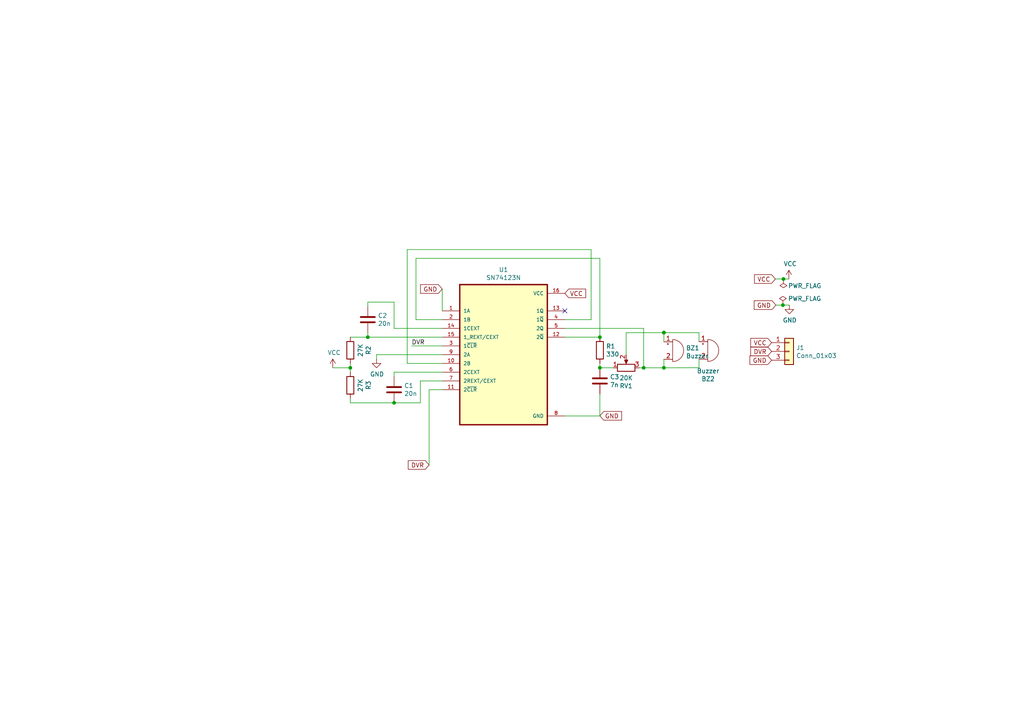
<source format=kicad_sch>
(kicad_sch (version 20211123) (generator eeschema)
  (paper "A4")
  (lib_symbols
    (symbol "Connector_Generic:Conn_01x03" (pin_names (offset 1.016) hide)
      (property "Reference" "J" (at 0 5.08 0))
      (property "Value" "Conn_01x03" (at 0 -5.08 0))
      (symbol "Conn_01x03_1_1"
        (rectangle (start -1.27 -2.413) (end 0 -2.667) (stroke (width 0.1524)))
        (rectangle (start -1.27 0.127) (end 0 -0.127) (stroke (width 0.1524)))
        (rectangle (start -1.27 2.667) (end 0 2.413) (stroke (width 0.1524)))
        (rectangle (start -1.27 3.81) (end 1.27 -3.81) (stroke (width 0.254)) (fill (type background)))
        (pin passive line (at -5.08 2.54 0) (length 3.81) (name "Pin_1") (number "1"))
        (pin passive line (at -5.08 0 0) (length 3.81) (name "Pin_2") (number "2"))
        (pin passive line (at -5.08 -2.54 0) (length 3.81) (name "Pin_3") (number "3"))
      )
    )
    (symbol "Device:Buzzer" (pin_names (offset 0.0254) hide)
      (property "Reference" "BZ" (at 3.81 1.27 0))
      (property "Value" "Buzzer" (at 3.81 -1.27 0))
      (symbol "Buzzer_0_1"
        (arc (start 0 -3.175) (mid 3.175 0) (end 0 3.175))
        (polyline (pts (xy -1.651 1.905) (xy -1.143 1.905)))
        (polyline (pts (xy -1.397 2.159) (xy -1.397 1.651)))
        (polyline (pts (xy 0 3.175) (xy 0 -3.175)))
      )
      (symbol "Buzzer_1_1"
        (pin passive line (at -2.54 2.54 0) (length 2.54) (name "-") (number "1"))
        (pin passive line (at -2.54 -2.54 0) (length 2.54) (name "+") (number "2"))
      )
    )
    (symbol "Device:C" (pin_numbers hide) (pin_names (offset 0.254))
      (property "Reference" "C" (at 0.635 2.54 0))
      (property "Value" "C" (at 0.635 -2.54 0))
      (symbol "C_0_1"
        (polyline (pts (xy -2.032 -0.762) (xy 2.032 -0.762)) (stroke (width 0.508)))
        (polyline (pts (xy -2.032 0.762) (xy 2.032 0.762)) (stroke (width 0.508)))
      )
      (symbol "C_1_1"
        (pin passive line (at 0 3.81 270) (length 2.794) (name "~") (number "1"))
        (pin passive line (at 0 -3.81 90) (length 2.794) (name "~") (number "2"))
      )
    )
    (symbol "Device:R" (pin_numbers hide) (pin_names (offset 0))
      (property "Reference" "R" (at 2.032 0 90))
      (property "Value" "R" (at 0 0 90))
      (symbol "R_0_1"
        (rectangle (start -1.016 -2.54) (end 1.016 2.54) (stroke (width 0.254)))
      )
      (symbol "R_1_1"
        (pin passive line (at 0 3.81 270) (length 1.27) (name "~") (number "1"))
        (pin passive line (at 0 -3.81 90) (length 1.27) (name "~") (number "2"))
      )
    )
    (symbol "Device:R_Potentiometer" (pin_names (offset 1.016) hide)
      (property "Reference" "RV" (at -4.445 0 90))
      (property "Value" "R_Potentiometer" (at -2.54 0 90))
      (symbol "R_Potentiometer_0_1"
        (polyline (pts (xy 2.54 0) (xy 1.524 0)))
        (polyline (pts (xy 1.143 0) (xy 2.286 0.508) (xy 2.286 -0.508) (xy 1.143 0)) (fill (type outline)))
        (rectangle (start 1.016 2.54) (end -1.016 -2.54) (stroke (width 0.254)))
      )
      (symbol "R_Potentiometer_1_1"
        (pin passive line (at 0 3.81 270) (length 1.27) (name "1") (number "1"))
        (pin passive line (at 3.81 0 180) (length 1.27) (name "2") (number "2"))
        (pin passive line (at 0 -3.81 90) (length 1.27) (name "3") (number "3"))
      )
    )
    (symbol "SN74123N:SN74123N" (pin_names (offset 1.016))
      (property "Reference" "U" (at -12.7 21.3106 0))
      (property "Value" "SN74123N" (at -12.7 -24.3078 0))
      (symbol "SN74123N_0_0"
        (rectangle (start -12.7 -20.32) (end 12.7 20.32) (stroke (width 0.4064)) (fill (type background)))
        (pin input line (at -17.78 12.7 0) (length 5.08) (name "1A") (number "1"))
        (pin input line (at -17.78 -2.54 0) (length 5.08) (name "2B") (number "10"))
        (pin input line (at -17.78 -10.16 0) (length 5.08) (name "2~{CLR}") (number "11"))
        (pin output line (at 17.78 5.08 180) (length 5.08) (name "2~{Q}") (number "12"))
        (pin output line (at 17.78 12.7 180) (length 5.08) (name "1Q") (number "13"))
        (pin input line (at -17.78 7.62 0) (length 5.08) (name "1CEXT") (number "14"))
        (pin input line (at -17.78 5.08 0) (length 5.08) (name "1_REXT/CEXT") (number "15"))
        (pin power_in line (at 17.78 17.78 180) (length 5.08) (name "VCC") (number "16"))
        (pin input line (at -17.78 10.16 0) (length 5.08) (name "1B") (number "2"))
        (pin input line (at -17.78 2.54 0) (length 5.08) (name "1~{CLR}") (number "3"))
        (pin output line (at 17.78 10.16 180) (length 5.08) (name "1~{Q}") (number "4"))
        (pin output line (at 17.78 7.62 180) (length 5.08) (name "2Q") (number "5"))
        (pin input line (at -17.78 -5.08 0) (length 5.08) (name "2CEXT") (number "6"))
        (pin input line (at -17.78 -7.62 0) (length 5.08) (name "2REXT/CEXT") (number "7"))
        (pin power_in line (at 17.78 -17.78 180) (length 5.08) (name "GND") (number "8"))
        (pin input line (at -17.78 0 0) (length 5.08) (name "2A") (number "9"))
      )
    )
    (symbol "power:GND" (power) (pin_names (offset 0))
      (property "Value" "GND" (at 0 -3.81 0))
      (symbol "GND_0_1"
        (polyline (pts (xy 0 0) (xy 0 -1.27) (xy 1.27 -1.27) (xy 0 -2.54) (xy -1.27 -1.27) (xy 0 -1.27)))
      )
      (symbol "GND_1_1"
        (pin power_in line (at 0 0 270) (length 0) hide (name "GND") (number "1"))
      )
    )
    (symbol "power:PWR_FLAG" (power) (pin_numbers hide) (pin_names (offset 0) hide)
      (property "Value" "PWR_FLAG" (at 0 3.81 0))
      (symbol "PWR_FLAG_0_0"
        (pin power_out line (at 0 0 90) (length 0) (name "pwr") (number "1"))
      )
      (symbol "PWR_FLAG_0_1"
        (polyline (pts (xy 0 0) (xy 0 1.27) (xy -1.016 1.905) (xy 0 2.54) (xy 1.016 1.905) (xy 0 1.27)))
      )
    )
    (symbol "power:VCC" (power) (pin_names (offset 0))
      (property "Value" "VCC" (at 0 3.81 0))
      (symbol "VCC_0_1"
        (polyline (pts (xy -0.762 1.27) (xy 0 2.54)))
        (polyline (pts (xy 0 0) (xy 0 2.54)))
        (polyline (pts (xy 0 2.54) (xy 0.762 1.27)))
      )
      (symbol "VCC_1_1"
        (pin power_in line (at 0 0 90) (length 0) hide (name "VCC") (number "1"))
      )
    )
  )
  (junction (at 106.68 97.79))
  (junction (at 186.69 106.68))
  (junction (at 114.3 116.84))
  (junction (at 227.2284 80.9244))
  (junction (at 173.99 106.68))
  (junction (at 192.5574 96.4946))
  (junction (at 192.5574 96.4438))
  (junction (at 173.99 97.79))
  (junction (at 192.5574 106.68))
  (junction (at 227.076 88.4936))
  (junction (at 101.6 106.68))
  (no_connect (at 163.83 90.17))
  (wire (pts (xy 128.27 113.03) (xy 124.46 113.03)))
  (wire (pts (xy 109.22 102.87) (xy 109.22 104.14)))
  (wire (pts (xy 106.68 87.63) (xy 106.68 88.9)))
  (wire (pts (xy 106.68 97.79) (xy 106.68 96.52)))
  (wire (pts (xy 173.99 114.3) (xy 173.99 120.65)))
  (wire (pts (xy 101.6 116.84) (xy 114.3 116.84)))
  (wire (pts (xy 192.5574 96.4946) (xy 192.5574 99.1362)))
  (wire (pts (xy 109.22 102.87) (xy 128.27 102.87)))
  (wire (pts (xy 114.3 95.25) (xy 114.3 87.63)))
  (wire (pts (xy 120.65 92.71) (xy 120.65 74.93)))
  (wire (pts (xy 173.99 106.68) (xy 173.99 105.41)))
  (wire (pts (xy 121.92 110.49) (xy 128.27 110.49)))
  (wire (pts (xy 120.65 74.93) (xy 173.99 74.93)))
  (wire (pts (xy 128.27 90.17) (xy 128.27 83.82)))
  (wire (pts (xy 171.45 72.39) (xy 171.45 92.71)))
  (wire (pts (xy 118.11 72.39) (xy 171.45 72.39)))
  (wire (pts (xy 192.5574 96.4946) (xy 202.7428 96.4946)))
  (wire (pts (xy 101.6 106.68) (xy 101.6 105.41)))
  (wire (pts (xy 192.5574 106.68) (xy 192.5574 104.2162)))
  (wire (pts (xy 224.8916 80.9244) (xy 227.2284 80.9244)))
  (wire (pts (xy 227.076 88.4936) (xy 228.9302 88.4936)))
  (wire (pts (xy 181.61 96.4946) (xy 181.61 102.87)))
  (wire (pts (xy 163.83 97.79) (xy 173.99 97.79)))
  (wire (pts (xy 202.7428 99.1108) (xy 202.7428 96.4946)))
  (wire (pts (xy 192.5574 96.4438) (xy 192.5574 96.4946)))
  (wire (pts (xy 163.83 120.65) (xy 173.99 120.65)))
  (wire (pts (xy 101.6 115.57) (xy 101.6 116.84)))
  (wire (pts (xy 96.52 106.68) (xy 101.6 106.68)))
  (wire (pts (xy 114.3 116.84) (xy 121.92 116.84)))
  (wire (pts (xy 227.2284 80.9244) (xy 228.8032 80.9244)))
  (wire (pts (xy 124.46 113.03) (xy 124.46 134.8486)))
  (wire (pts (xy 128.27 95.25) (xy 114.3 95.25)))
  (wire (pts (xy 128.27 107.95) (xy 114.3 107.95)))
  (wire (pts (xy 121.92 116.84) (xy 121.92 110.49)))
  (wire (pts (xy 163.83 92.71) (xy 171.45 92.71)))
  (wire (pts (xy 202.7428 106.6546) (xy 202.7428 104.1908)))
  (wire (pts (xy 186.69 106.68) (xy 192.5574 106.68)))
  (wire (pts (xy 128.27 105.41) (xy 118.11 105.41)))
  (wire (pts (xy 118.11 105.41) (xy 118.11 72.39)))
  (wire (pts (xy 185.42 106.68) (xy 186.69 106.68)))
  (wire (pts (xy 181.61 96.4946) (xy 192.5574 96.4946)))
  (wire (pts (xy 106.68 97.79) (xy 128.27 97.79)))
  (wire (pts (xy 114.3 107.95) (xy 114.3 109.22)))
  (wire (pts (xy 186.69 95.25) (xy 186.69 106.68)))
  (wire (pts (xy 101.6 97.79) (xy 106.68 97.79)))
  (wire (pts (xy 119.38 100.33) (xy 128.27 100.33)))
  (wire (pts (xy 114.3 87.63) (xy 106.68 87.63)))
  (wire (pts (xy 177.8 106.68) (xy 173.99 106.68)))
  (wire (pts (xy 173.99 74.93) (xy 173.99 97.79)))
  (wire (pts (xy 192.5574 106.68) (xy 202.7428 106.6546)))
  (wire (pts (xy 128.27 92.71) (xy 120.65 92.71)))
  (wire (pts (xy 101.6 107.95) (xy 101.6 106.68)))
  (wire (pts (xy 163.83 95.25) (xy 186.69 95.25)))
  (wire (pts (xy 225.044 88.4936) (xy 227.076 88.4936)))
  (label "DVR" (at 119.38 100.33 0))
  (global_label "DVR" (shape input) (at 124.46 134.8486 180) (property "Intersheet References" "${INTERSHEET_REFS}" (effects hide)))
  (global_label "GND" (shape input) (at 173.99 120.5992 0) (property "Intersheet References" "${INTERSHEET_REFS}" (effects hide)))
  (global_label "GND" (shape input) (at 225.044 88.4936 180) (property "Intersheet References" "${INTERSHEET_REFS}" (effects hide)))
  (global_label "GND" (shape input) (at 223.7994 104.4702 180) (property "Intersheet References" "${INTERSHEET_REFS}" (effects hide)))
  (global_label "DVR" (shape input) (at 223.7994 101.9302 180) (property "Intersheet References" "${INTERSHEET_REFS}" (effects hide)))
  (global_label "GND" (shape input) (at 128.27 83.82 180) (property "Intersheet References" "${INTERSHEET_REFS}" (effects hide)))
  (global_label "VCC" (shape input) (at 224.8916 80.9244 180) (property "Intersheet References" "${INTERSHEET_REFS}" (effects hide)))
  (global_label "VCC" (shape input) (at 163.83 85.09 0) (property "Intersheet References" "${INTERSHEET_REFS}" (effects hide)))
  (global_label "VCC" (shape input) (at 223.7994 99.3902 180) (property "Intersheet References" "${INTERSHEET_REFS}" (effects hide)))
  (symbol (lib_id "Device:R") (at 173.99 101.6 0) (unit 1)
    (property "Reference" "R1" (at 175.768 100.4316 0) (effects (justify left)))
    (property "Value" "330" (at 175.768 102.743 0) (effects (justify left)))
    (property "Footprint" "Resistor_THT:R_Axial_DIN0207_L6.3mm_D2.5mm_P7.62mm_Horizontal" (effects hide))
  )
  (symbol (lib_id "Device:R") (at 101.6 111.76 180) (unit 1)
    (property "Reference" "R3" (at 106.8578 111.76 90))
    (property "Value" "27K" (at 104.5464 111.76 90))
    (property "Footprint" "Resistor_THT:R_Axial_DIN0207_L6.3mm_D2.5mm_P7.62mm_Horizontal" (effects hide))
  )
  (symbol (lib_id "Device:R") (at 101.6 101.6 180) (unit 1)
    (property "Reference" "R2" (at 106.8578 101.6 90))
    (property "Value" "27K" (at 104.5464 101.6 90))
    (property "Footprint" "Resistor_THT:R_Axial_DIN0207_L6.3mm_D2.5mm_P7.62mm_Horizontal" (effects hide))
  )
  (symbol (lib_id "Device:C") (at 114.3 113.03 0) (unit 1)
    (property "Reference" "C1" (at 117.221 111.8616 0) (effects (justify left)))
    (property "Value" "20n" (at 117.221 114.173 0) (effects (justify left)))
    (property "Footprint" "Capacitor_THT:C_Disc_D5.1mm_W3.2mm_P5.00mm" (effects hide))
  )
  (symbol (lib_id "Device:C") (at 106.68 92.71 0) (unit 1)
    (property "Reference" "C2" (at 109.601 91.5416 0) (effects (justify left)))
    (property "Value" "20n" (at 109.601 93.853 0) (effects (justify left)))
    (property "Footprint" "Capacitor_THT:C_Disc_D5.1mm_W3.2mm_P5.00mm" (effects hide))
  )
  (symbol (lib_id "Device:C") (at 173.99 110.49 0) (unit 1)
    (property "Reference" "C3" (at 176.911 109.3216 0) (effects (justify left)))
    (property "Value" "7n" (at 176.911 111.633 0) (effects (justify left)))
    (property "Footprint" "Capacitor_THT:C_Disc_D5.1mm_W3.2mm_P5.00mm" (effects hide))
  )
  (symbol (lib_id "Device:Buzzer") (at 205.2828 101.6508 0) (unit 1)
    (property "Reference" "BZ2" (at 205.3844 109.9058 0))
    (property "Value" "Buzzer" (at 205.3844 107.5944 0))
    (property "Footprint" "f_buzzer:buzzer_front" (effects hide))
  )
  (symbol (lib_id "Device:R_Potentiometer") (at 181.61 106.68 90) (unit 1)
    (property "Reference" "RV1" (at 181.61 111.9378 90))
    (property "Value" "20K" (at 181.61 109.6264 90))
    (property "Footprint" "f_buzzer:Potentiometer_Bourns_3345P_Horizontal" (effects hide))
  )
  (symbol (lib_id "SN74123N:SN74123N") (at 146.05 102.87 0) (unit 1)
    (property "Reference" "U1" (at 146.05 78.232 0))
    (property "Value" "SN74123N" (at 146.05 80.5434 0))
    (property "Footprint" "Package_DIP:DIP-16_W7.62mm_Socket" (effects hide))
  )
  (symbol (lib_id "power:VCC") (at 96.52 106.68 0) (unit 1)
    (property "Reference" "#PWR0104" (effects hide))
    (property "Value" "VCC" (at 96.901 102.2858 0))
  )
  (symbol (lib_id "power:GND") (at 109.22 104.14 0) (unit 1)
    (property "Reference" "#PWR0103" (effects hide))
    (property "Value" "GND" (at 109.347 108.5342 0))
  )
  (symbol (lib_id "Device:Buzzer") (at 195.0974 101.6762 0) (unit 1)
    (property "Reference" "BZ1" (at 198.9582 100.9396 0) (effects (justify left)))
    (property "Value" "Buzzer" (at 198.9582 103.251 0) (effects (justify left)))
    (property "Footprint" "f_buzzer:buzzer_bottom" (effects hide))
  )
  (symbol (lib_id "Connector_Generic:Conn_01x03") (at 228.8794 101.9302 0) (unit 1)
    (property "Reference" "J1" (at 230.9114 100.8634 0) (effects (justify left)))
    (property "Value" "Conn_01x03" (at 230.9114 103.1748 0) (effects (justify left)))
    (property "Footprint" "f_buzzer:PinHeader_1x03_P2.54mm_Horizontal" (effects hide))
  )
  (symbol (lib_id "power:VCC") (at 228.8032 80.9244 0) (unit 1)
    (property "Reference" "#PWR0101" (effects hide))
    (property "Value" "VCC" (at 229.1842 76.5302 0))
  )
  (symbol (lib_id "power:GND") (at 228.9302 88.4936 0) (unit 1)
    (property "Reference" "#PWR0102" (effects hide))
    (property "Value" "GND" (at 229.0572 92.8878 0))
  )
  (symbol (lib_id "power:PWR_FLAG") (at 227.076 88.4936 0) (unit 1)
    (property "Reference" "#FLG0101" (effects hide))
    (property "Value" "PWR_FLAG" (at 233.3752 86.614 0))
  )
  (symbol (lib_id "power:PWR_FLAG") (at 227.2284 80.9244 180) (unit 1)
    (property "Reference" "#FLG0102" (effects hide))
    (property "Value" "PWR_FLAG" (at 233.426 82.9056 0))
  )
)
</source>
